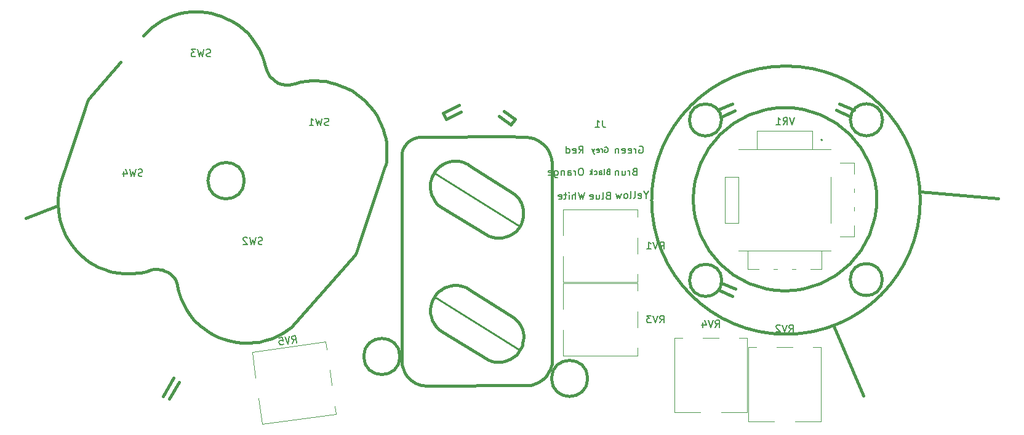
<source format=gbr>
%TF.GenerationSoftware,KiCad,Pcbnew,(6.0.0)*%
%TF.CreationDate,2022-04-21T22:49:33+02:00*%
%TF.ProjectId,Vectrex Pad miniNeoGeo,56656374-7265-4782-9050-6164206d696e,1.1*%
%TF.SameCoordinates,Original*%
%TF.FileFunction,Legend,Bot*%
%TF.FilePolarity,Positive*%
%FSLAX46Y46*%
G04 Gerber Fmt 4.6, Leading zero omitted, Abs format (unit mm)*
G04 Created by KiCad (PCBNEW (6.0.0)) date 2022-04-21 22:49:33*
%MOMM*%
%LPD*%
G01*
G04 APERTURE LIST*
%ADD10C,0.400000*%
%ADD11C,0.250000*%
%ADD12C,0.150000*%
%ADD13C,0.120000*%
%ADD14C,0.200000*%
G04 APERTURE END LIST*
D10*
X149758400Y-81191100D02*
X149999700Y-81305400D01*
X149771100Y-98298000D02*
X149961600Y-98399600D01*
X113332260Y-95443040D02*
X113959640Y-95605600D01*
X115491260Y-52240180D02*
X116029740Y-52758340D01*
X158323280Y-99316540D02*
X158417260Y-99049840D01*
X143027400Y-77089000D02*
X149758400Y-81191100D01*
X153162000Y-97878900D02*
X153517600Y-97612200D01*
X197213220Y-93629480D02*
X201353420Y-103179880D01*
X91417140Y-72138540D02*
X91013280Y-73332340D01*
X141732000Y-91300300D02*
X141744700Y-91846400D01*
X137550822Y-97795080D02*
G75*
G03*
X137550822Y-97795080I-2491402J0D01*
G01*
X104935020Y-103256080D02*
X106382820Y-100766880D01*
X100799900Y-86365080D02*
X101528880Y-86283800D01*
X139806680Y-67637660D02*
X139479020Y-67741800D01*
X138043920Y-69034660D02*
X137916920Y-69306440D01*
X104569260Y-85824060D02*
X104846120Y-85877400D01*
X142735300Y-76860400D02*
X143027400Y-77089000D01*
X154266900Y-67543680D02*
X153662380Y-67520820D01*
X108884720Y-50289460D02*
X109519720Y-50271680D01*
X97683320Y-86055200D02*
X98122740Y-86174580D01*
X141782800Y-90805000D02*
X141732000Y-91300300D01*
X154203400Y-76619100D02*
X154076400Y-76377800D01*
X99537520Y-86370160D02*
X100241100Y-86390480D01*
X143466820Y-64267080D02*
X143949420Y-65079880D01*
X151955500Y-98463100D02*
X152387300Y-98298000D01*
X150164800Y-98450400D02*
X150583900Y-98526600D01*
X151188420Y-64673480D02*
X152763220Y-65867280D01*
X102567740Y-53235860D02*
X102923340Y-52920900D01*
X143294100Y-88544400D02*
X143040100Y-88709500D01*
X146875500Y-71297800D02*
X146608800Y-71170800D01*
X154012900Y-96926400D02*
X154241500Y-96570800D01*
X144335500Y-70942200D02*
X144106900Y-71005700D01*
X105534460Y-51125120D02*
X106349800Y-50779680D01*
X209202020Y-75112880D02*
X219895420Y-76052680D01*
X154508200Y-95554800D02*
X154546300Y-95148400D01*
X198051420Y-62946280D02*
X200007220Y-63809880D01*
X152763220Y-65867280D02*
X153398220Y-65130680D01*
X138744960Y-68148200D02*
X138480800Y-68389500D01*
X153492200Y-75615800D02*
X153263600Y-75438000D01*
X117701060Y-54668420D02*
X118160800Y-55435500D01*
X141947900Y-72974200D02*
X141833600Y-73329800D01*
X181389020Y-63784480D02*
X183268620Y-62946280D01*
X106634280Y-87208360D02*
X106809540Y-87591900D01*
X95303340Y-85062060D02*
X96111060Y-85465920D01*
X156852620Y-68224400D02*
X156400500Y-67945000D01*
X156801820Y-101224080D02*
X157076140Y-101031040D01*
X158440120Y-70957440D02*
X158419800Y-70787260D01*
X123903740Y-59977020D02*
X124653040Y-59852560D01*
X154381200Y-94081600D02*
X154241500Y-93713300D01*
X138958320Y-100980240D02*
X139329160Y-101267260D01*
X101528880Y-86283800D02*
X101920040Y-86235540D01*
X147027900Y-88519000D02*
X146710400Y-88315800D01*
X151066500Y-98539300D02*
X151536400Y-98526600D01*
X181823154Y-87304880D02*
G75*
G03*
X181823154Y-87304880I-2212134J0D01*
G01*
X155806140Y-101648260D02*
X156032200Y-101566980D01*
X107094020Y-88833960D02*
X107424220Y-89844880D01*
X119915940Y-95295720D02*
X120474740Y-95051880D01*
X119618760Y-95415100D02*
X119915940Y-95295720D01*
X147078700Y-71437500D02*
X146875500Y-71297800D01*
X98803460Y-86276180D02*
X99537520Y-86370160D01*
X125361700Y-59786520D02*
X126083060Y-59786520D01*
X124653040Y-59852560D02*
X125361700Y-59786520D01*
X153822400Y-80137000D02*
X154038300Y-79819500D01*
X157855920Y-69265800D02*
X157619700Y-68920360D01*
X135580120Y-67726560D02*
X135684260Y-68437760D01*
X112880140Y-50838100D02*
X113619280Y-51173380D01*
X154495500Y-94500700D02*
X154381200Y-94081600D01*
X100241100Y-86390480D02*
X100799900Y-86365080D01*
X203156846Y-76128880D02*
G75*
G03*
X203156846Y-76128880I-12623826J0D01*
G01*
X110825280Y-50365660D02*
X111554260Y-50482500D01*
X153504900Y-92684600D02*
X153238200Y-92468700D01*
X154330400Y-79197200D02*
X154419300Y-78892400D01*
X121282460Y-60276740D02*
X121790460Y-60391040D01*
X154228800Y-79476600D02*
X154330400Y-79197200D01*
X154495500Y-78562200D02*
X154520900Y-78206600D01*
X109519720Y-50271680D02*
X110220760Y-50299620D01*
X94576900Y-62626240D02*
X91417140Y-72138540D01*
X110634780Y-94013020D02*
X111340900Y-94505780D01*
X140756640Y-101790500D02*
X141069060Y-101820980D01*
X132651500Y-62456060D02*
X133352540Y-63195200D01*
X126083060Y-59786520D02*
X126784100Y-59824620D01*
X122664220Y-60314840D02*
X123096020Y-60170060D01*
X130134360Y-60764420D02*
X131018280Y-61236860D01*
X153187400Y-80759300D02*
X153530300Y-80479900D01*
X135656320Y-70977760D02*
X135587740Y-71338440D01*
X107185460Y-50530760D02*
X107886500Y-50396140D01*
X143522700Y-71247000D02*
X143230600Y-71437500D01*
X158511240Y-98356420D02*
X158440120Y-70967600D01*
X158417260Y-99049840D02*
X158470600Y-98861880D01*
X112237520Y-50673000D02*
X112880140Y-50838100D01*
X157345380Y-100850700D02*
X157581600Y-100606860D01*
X137792460Y-69715380D02*
X137774680Y-70104000D01*
X111340900Y-94505780D02*
X111927640Y-94828360D01*
X145986500Y-70954900D02*
X145630900Y-70891400D01*
X94183200Y-84300060D02*
X94736920Y-84711540D01*
X120474740Y-95051880D02*
X121135140Y-94726760D01*
X113619280Y-51173380D02*
X114368580Y-51518820D01*
X142481300Y-72123300D02*
X142265400Y-72402700D01*
X146710400Y-88315800D02*
X146177000Y-88112600D01*
X120167400Y-59690000D02*
X120733820Y-60083700D01*
X90528140Y-77670660D02*
X90622120Y-78437740D01*
X203946700Y-65181480D02*
G75*
G03*
X203946700Y-65181480I-2212280J0D01*
G01*
X157299660Y-68580000D02*
X156852620Y-68224400D01*
X118910100Y-95618300D02*
X119618760Y-95415100D01*
X181820820Y-87711280D02*
X183675020Y-88473280D01*
X128818640Y-60246260D02*
X129463800Y-60495180D01*
X153822400Y-93027500D02*
X153504900Y-92684600D01*
X99118420Y-57210960D02*
X94698820Y-62311280D01*
X140451840Y-101739700D02*
X140756640Y-101790500D01*
X163376919Y-100817680D02*
G75*
G03*
X163376919Y-100817680I-2485699J0D01*
G01*
X106809540Y-87591900D02*
X106923840Y-87990680D01*
X114924840Y-51874420D02*
X115491260Y-52240180D01*
X150583900Y-98526600D02*
X151066500Y-98539300D01*
X146278600Y-71043800D02*
X145986500Y-70954900D01*
X144526000Y-88036400D02*
X144030700Y-88176100D01*
X119044720Y-57779920D02*
X119265700Y-58519060D01*
X142290800Y-89535000D02*
X142049500Y-89979500D01*
X155227020Y-101760020D02*
X155508960Y-101719380D01*
X138341100Y-100233480D02*
X138582400Y-100591620D01*
X104274620Y-85783420D02*
X104569260Y-85824060D01*
X122555000Y-93771720D02*
X131384040Y-83830160D01*
X98122740Y-86174580D02*
X98803460Y-86276180D01*
X154076400Y-76377800D02*
X153885900Y-76060300D01*
X104002840Y-85763100D02*
X104274620Y-85783420D01*
X143230600Y-71437500D02*
X143014700Y-71602600D01*
X126784100Y-59824620D02*
X127302260Y-59883040D01*
X139479020Y-67741800D02*
X139138660Y-67906900D01*
X154861260Y-101782880D02*
X155227020Y-101760020D01*
X118140480Y-95801180D02*
X118910100Y-95618300D01*
X90838020Y-73893680D02*
X90647520Y-74660760D01*
X154241500Y-93713300D02*
X154051000Y-93357700D01*
X142201900Y-93218000D02*
X142557500Y-93687900D01*
X103268780Y-85864700D02*
X103652320Y-85783420D01*
X158135320Y-99755960D02*
X158244540Y-99532440D01*
X106349800Y-50779680D02*
X107185460Y-50530760D01*
X142379700Y-76428600D02*
X142735300Y-76860400D01*
X109230160Y-92745560D02*
X110007400Y-93512640D01*
X135470900Y-71716900D02*
X131518660Y-83439000D01*
X145834100Y-88023700D02*
X145440400Y-87998300D01*
X139745720Y-101485700D02*
X140012420Y-101602540D01*
X131018280Y-61236860D02*
X131919980Y-61851540D01*
X139329160Y-101267260D02*
X139745720Y-101485700D01*
X121716800Y-94371160D02*
X122161300Y-94073980D01*
X157076140Y-101031040D02*
X157345380Y-100850700D01*
X115902740Y-95915480D02*
X116763800Y-95940880D01*
X92422980Y-82471260D02*
X93050360Y-83248500D01*
X153695400Y-75831700D02*
X153492200Y-75615800D01*
X135722360Y-69166740D02*
X135732520Y-69850000D01*
X153398220Y-65130680D02*
X151899620Y-64013080D01*
X203915899Y-87203280D02*
G75*
G03*
X203915899Y-87203280I-2206879J0D01*
G01*
X154444700Y-95910400D02*
X154508200Y-95554800D01*
X107424220Y-89844880D02*
X107835700Y-90708480D01*
X102694740Y-86060280D02*
X103268780Y-85864700D01*
X103977440Y-52026820D02*
X104833420Y-51498500D01*
X158498540Y-98640900D02*
X158511240Y-98356420D01*
X154520900Y-77863700D02*
X154482800Y-77508100D01*
X91848940Y-81602580D02*
X92422980Y-82471260D01*
X154482800Y-77508100D02*
X154419300Y-77203300D01*
X153238200Y-92468700D02*
X147027900Y-88519000D01*
X110220760Y-50299620D02*
X110825280Y-50365660D01*
X155963620Y-67749420D02*
X155425140Y-67602100D01*
X142875000Y-88823800D02*
X142570200Y-89141300D01*
X158470600Y-98861880D02*
X158498540Y-98640900D01*
X138148060Y-99888040D02*
X138341100Y-100233480D01*
X154038300Y-79819500D02*
X154228800Y-79476600D01*
X107886500Y-50396140D02*
X108884720Y-50289460D01*
X117152420Y-53891180D02*
X117701060Y-54668420D01*
X118872000Y-57116980D02*
X119044720Y-57779920D01*
X153885900Y-76060300D02*
X153695400Y-75831700D01*
X135684260Y-68437760D02*
X135722360Y-69166740D01*
X107835700Y-90708480D02*
X108198920Y-91368880D01*
X181389020Y-88625680D02*
X183268620Y-89489280D01*
X129463800Y-60495180D02*
X130134360Y-60764420D01*
X152781000Y-81051400D02*
X153187400Y-80759300D01*
X91160600Y-80205580D02*
X91518740Y-81008220D01*
X149999700Y-81305400D02*
X150304500Y-81381600D01*
X115051840Y-95846900D02*
X115902740Y-95915480D01*
D11*
X142275560Y-89575640D02*
X154043380Y-96944180D01*
D10*
X122161300Y-94073980D02*
X122555000Y-93771720D01*
X181786945Y-65206880D02*
G75*
G03*
X181786945Y-65206880I-2205563J0D01*
G01*
X106222800Y-86700360D02*
X106446320Y-86944200D01*
X146177000Y-88112600D02*
X145834100Y-88023700D01*
X90622120Y-78437740D02*
X90817700Y-79240380D01*
X116606320Y-53286660D02*
X117152420Y-53891180D01*
X149961600Y-98399600D02*
X150164800Y-98450400D01*
X158244540Y-99532440D02*
X158323280Y-99316540D01*
X123096020Y-60170060D02*
X123903740Y-59977020D01*
X151053800Y-81470500D02*
X151574500Y-81432400D01*
X143243300Y-94322900D02*
X149771100Y-98298000D01*
X143040100Y-88709500D02*
X142875000Y-88823800D01*
X128127760Y-60073540D02*
X128818640Y-60246260D01*
X105958640Y-86451440D02*
X106222800Y-86700360D01*
X143662400Y-88328500D02*
X143294100Y-88544400D01*
X121135140Y-94726760D02*
X121716800Y-94371160D01*
X157792420Y-100327460D02*
X157998160Y-99997260D01*
X134792720Y-65432940D02*
X135234680Y-66545460D01*
X119628920Y-59171840D02*
X120167400Y-59690000D01*
X120733820Y-60083700D02*
X121282460Y-60276740D01*
X158054040Y-69623940D02*
X157855920Y-69265800D01*
X157998160Y-99997260D02*
X158135320Y-99755960D01*
X105643680Y-86194900D02*
X105958640Y-86451440D01*
X118160800Y-55435500D02*
X118582440Y-56357520D01*
X134388860Y-64635380D02*
X134792720Y-65432940D01*
X133352540Y-63195200D02*
X133967220Y-63982600D01*
X145651220Y-63124080D02*
X143466820Y-64267080D01*
X143014700Y-71602600D02*
X142709900Y-71843900D01*
X144030700Y-88176100D02*
X143662400Y-88328500D01*
X146608800Y-71170800D02*
X146278600Y-71043800D01*
X141719300Y-73787000D02*
X141693900Y-74218800D01*
X138480800Y-68389500D02*
X138244580Y-68704460D01*
X153517600Y-97612200D02*
X153784300Y-97307400D01*
X153784300Y-97307400D02*
X154012900Y-96926400D01*
X97063560Y-85859620D02*
X97683320Y-86055200D01*
X137774680Y-70104000D02*
X137797540Y-98582480D01*
X152387300Y-98298000D02*
X152793700Y-98120200D01*
X133967220Y-63982600D02*
X134388860Y-64635380D01*
X152438100Y-81178400D02*
X152781000Y-81051400D01*
X102229920Y-86182200D02*
X102694740Y-86060280D01*
X141833600Y-73329800D02*
X141719300Y-73787000D01*
X101920040Y-86235540D02*
X102229920Y-86182200D01*
X131518660Y-83439000D02*
X131384040Y-83830160D01*
X151536400Y-98526600D02*
X151955500Y-98463100D01*
X142100300Y-75933300D02*
X142379700Y-76428600D01*
X135587740Y-71338440D02*
X135470900Y-71716900D01*
X154241500Y-96570800D02*
X154368500Y-96266000D01*
D11*
X142214600Y-72456040D02*
X153984960Y-79860140D01*
D10*
X93050360Y-83248500D02*
X93609160Y-83807300D01*
X155508960Y-101719380D02*
X155806140Y-101648260D01*
X116029740Y-52758340D02*
X116606320Y-53286660D01*
X90451940Y-76880720D02*
X90528140Y-77670660D01*
X139138660Y-67906900D02*
X138744960Y-68148200D01*
X150660100Y-81445100D02*
X151053800Y-81470500D01*
X110007400Y-93512640D02*
X110634780Y-94013020D01*
X142557500Y-93687900D02*
X142824200Y-93980000D01*
X137820400Y-98930460D02*
X137949940Y-99405440D01*
X154051000Y-93357700D02*
X153822400Y-93027500D01*
X106446320Y-86944200D02*
X106634280Y-87208360D01*
X112590580Y-95145860D02*
X113332260Y-95443040D01*
X116763800Y-95940880D02*
X117703600Y-95841820D01*
X154419300Y-77203300D02*
X154317700Y-76898500D01*
X156032200Y-101566980D02*
X156436060Y-101414580D01*
X143827500Y-71120000D02*
X143522700Y-71247000D01*
X152095200Y-81305400D02*
X152438100Y-81178400D01*
X113959640Y-95605600D02*
X115051840Y-95846900D01*
X91013280Y-73332340D02*
X90838020Y-73893680D01*
X153530300Y-80479900D02*
X153822400Y-80137000D01*
X153662380Y-67520820D02*
X153220420Y-67508120D01*
X209137974Y-76255880D02*
G75*
G03*
X209137974Y-76255880I-18477954J0D01*
G01*
X137797540Y-98582480D02*
X137820400Y-98930460D01*
X135732520Y-69850000D02*
X135694420Y-70545960D01*
X142709900Y-71843900D02*
X142481300Y-72123300D01*
X91518740Y-81008220D02*
X91848940Y-81602580D01*
X103652320Y-85783420D02*
X104002840Y-85763100D01*
X142824200Y-93980000D02*
X143243300Y-94322900D01*
X156436060Y-101414580D02*
X156801820Y-101224080D01*
X199575420Y-64724280D02*
X197568820Y-63860680D01*
X142265400Y-72402700D02*
X142100300Y-72682100D01*
X105407460Y-86088220D02*
X105643680Y-86194900D01*
X140319760Y-67581780D02*
X140083540Y-67589400D01*
X144106900Y-71005700D02*
X143827500Y-71120000D01*
X106923840Y-87990680D02*
X107017820Y-88468200D01*
X117703600Y-95841820D02*
X118140480Y-95801180D01*
X102268020Y-53581300D02*
X102567740Y-53235860D01*
X90472260Y-76050140D02*
X90451940Y-76880720D01*
X131919980Y-61851540D02*
X132651500Y-62456060D01*
X138582400Y-100591620D02*
X138958320Y-100980240D01*
X105163620Y-85994240D02*
X105407460Y-86088220D01*
X155021280Y-67556380D02*
X154266900Y-67543680D01*
X93609160Y-83807300D02*
X94183200Y-84300060D01*
X156400500Y-67945000D02*
X155963620Y-67749420D01*
X140012420Y-101602540D02*
X140451840Y-101739700D01*
X103372920Y-52451000D02*
X103977440Y-52026820D01*
X155425140Y-67602100D02*
X155021280Y-67556380D01*
X135694420Y-70545960D02*
X135656320Y-70977760D01*
X152793700Y-98120200D02*
X153162000Y-97878900D01*
X116137406Y-73570000D02*
G75*
G03*
X116137406Y-73570000I-2507406J0D01*
G01*
X145440400Y-87998300D02*
X145008600Y-87985600D01*
X102923340Y-52920900D02*
X103372920Y-52451000D01*
X138244580Y-68704460D02*
X138043920Y-69034660D01*
X135387080Y-67063620D02*
X135580120Y-67726560D01*
X142570200Y-89141300D02*
X142290800Y-89535000D01*
X122290840Y-60363100D02*
X122664220Y-60314840D01*
X154533600Y-94881700D02*
X154495500Y-94500700D01*
X141871700Y-75501500D02*
X142100300Y-75933300D01*
X90401140Y-77071220D02*
X86080600Y-78709520D01*
X154317700Y-76898500D02*
X154203400Y-76619100D01*
X137949940Y-99405440D02*
X138148060Y-99888040D01*
X94698820Y-62311280D02*
X94576900Y-62626240D01*
X154520900Y-78206600D02*
X154520900Y-77863700D01*
X143949420Y-65079880D02*
X145905220Y-64063880D01*
X150304500Y-81381600D02*
X150660100Y-81445100D01*
X141770100Y-75057000D02*
X141871700Y-75501500D01*
X154368500Y-96266000D02*
X154444700Y-95910400D01*
X108198920Y-91368880D02*
X108699300Y-92090240D01*
X104833420Y-51498500D02*
X105534460Y-51125120D01*
X141693900Y-74676000D02*
X141770100Y-75057000D01*
X105773220Y-103637080D02*
X107195620Y-101351080D01*
X158361380Y-70482460D02*
X158234380Y-70027800D01*
X142100300Y-72682100D02*
X141947900Y-72974200D01*
X90647520Y-74660760D02*
X90548460Y-75430380D01*
X137916920Y-69306440D02*
X137792460Y-69715380D01*
X96111060Y-85465920D02*
X97063560Y-85859620D01*
X94736920Y-84711540D02*
X95303340Y-85062060D01*
X145630900Y-70891400D02*
X145389600Y-70853300D01*
X135234680Y-66545460D02*
X135387080Y-67063620D01*
X119265700Y-58519060D02*
X119628920Y-59171840D01*
X90548460Y-75430380D02*
X90472260Y-76050140D01*
X140083540Y-67589400D02*
X139806680Y-67637660D01*
X111927640Y-94828360D02*
X112590580Y-95145860D01*
X121790460Y-60391040D02*
X122290840Y-60363100D01*
X181846220Y-64724280D02*
X183598820Y-63936880D01*
X111554260Y-50482500D02*
X112237520Y-50673000D01*
X141897100Y-90385900D02*
X141782800Y-90805000D01*
X145389600Y-70853300D02*
X145110200Y-70840600D01*
X141069060Y-101820980D02*
X154861260Y-101782880D01*
X145008600Y-87985600D02*
X144526000Y-88036400D01*
X157619700Y-68920360D02*
X157299660Y-68580000D01*
X157581600Y-100606860D02*
X157792420Y-100327460D01*
X153263600Y-75438000D02*
X147078700Y-71437500D01*
X141693900Y-74218800D02*
X141693900Y-74676000D01*
X141986000Y-92786200D02*
X142201900Y-93218000D01*
X144729200Y-70878700D02*
X144335500Y-70942200D01*
X154546300Y-95148400D02*
X154533600Y-94881700D01*
X141833600Y-92341700D02*
X141986000Y-92786200D01*
X142049500Y-89979500D02*
X141897100Y-90385900D01*
X108699300Y-92090240D02*
X109230160Y-92745560D01*
X145110200Y-70840600D02*
X144729200Y-70878700D01*
X90817700Y-79240380D02*
X91160600Y-80205580D01*
X154419300Y-78892400D02*
X154495500Y-78562200D01*
X153220420Y-67508120D02*
X140319760Y-67581780D01*
X151574500Y-81432400D02*
X152095200Y-81305400D01*
X104846120Y-85877400D02*
X105163620Y-85994240D01*
X114368580Y-51518820D02*
X114924840Y-51874420D01*
X127302260Y-59883040D02*
X128127760Y-60073540D01*
X158419800Y-70787260D02*
X158361380Y-70482460D01*
X158234380Y-70027800D02*
X158054040Y-69623940D01*
X107017820Y-88468200D02*
X107094020Y-88833960D01*
X141744700Y-91846400D02*
X141833600Y-92341700D01*
X118582440Y-56357520D02*
X118872000Y-57116980D01*
D12*
%TO.C,*%
%TO.C,VR1*%
X191842543Y-64857380D02*
X191509210Y-65857380D01*
X191175877Y-64857380D01*
X190271115Y-65857380D02*
X190604448Y-65381190D01*
X190842543Y-65857380D02*
X190842543Y-64857380D01*
X190461591Y-64857380D01*
X190366353Y-64905000D01*
X190318734Y-64952619D01*
X190271115Y-65047857D01*
X190271115Y-65190714D01*
X190318734Y-65285952D01*
X190366353Y-65333571D01*
X190461591Y-65381190D01*
X190842543Y-65381190D01*
X189318734Y-65857380D02*
X189890162Y-65857380D01*
X189604448Y-65857380D02*
X189604448Y-64857380D01*
X189699686Y-65000238D01*
X189794924Y-65095476D01*
X189890162Y-65143095D01*
%TO.C,SW2*%
X118630533Y-82319761D02*
X118487676Y-82367380D01*
X118249580Y-82367380D01*
X118154342Y-82319761D01*
X118106723Y-82272142D01*
X118059104Y-82176904D01*
X118059104Y-82081666D01*
X118106723Y-81986428D01*
X118154342Y-81938809D01*
X118249580Y-81891190D01*
X118440057Y-81843571D01*
X118535295Y-81795952D01*
X118582914Y-81748333D01*
X118630533Y-81653095D01*
X118630533Y-81557857D01*
X118582914Y-81462619D01*
X118535295Y-81415000D01*
X118440057Y-81367380D01*
X118201961Y-81367380D01*
X118059104Y-81415000D01*
X117725771Y-81367380D02*
X117487676Y-82367380D01*
X117297200Y-81653095D01*
X117106723Y-82367380D01*
X116868628Y-81367380D01*
X116535295Y-81462619D02*
X116487676Y-81415000D01*
X116392438Y-81367380D01*
X116154342Y-81367380D01*
X116059104Y-81415000D01*
X116011485Y-81462619D01*
X115963866Y-81557857D01*
X115963866Y-81653095D01*
X116011485Y-81795952D01*
X116582914Y-82367380D01*
X115963866Y-82367380D01*
%TO.C,SW3*%
X111493133Y-56437161D02*
X111350276Y-56484780D01*
X111112180Y-56484780D01*
X111016942Y-56437161D01*
X110969323Y-56389542D01*
X110921704Y-56294304D01*
X110921704Y-56199066D01*
X110969323Y-56103828D01*
X111016942Y-56056209D01*
X111112180Y-56008590D01*
X111302657Y-55960971D01*
X111397895Y-55913352D01*
X111445514Y-55865733D01*
X111493133Y-55770495D01*
X111493133Y-55675257D01*
X111445514Y-55580019D01*
X111397895Y-55532400D01*
X111302657Y-55484780D01*
X111064561Y-55484780D01*
X110921704Y-55532400D01*
X110588371Y-55484780D02*
X110350276Y-56484780D01*
X110159800Y-55770495D01*
X109969323Y-56484780D01*
X109731228Y-55484780D01*
X109445514Y-55484780D02*
X108826466Y-55484780D01*
X109159800Y-55865733D01*
X109016942Y-55865733D01*
X108921704Y-55913352D01*
X108874085Y-55960971D01*
X108826466Y-56056209D01*
X108826466Y-56294304D01*
X108874085Y-56389542D01*
X108921704Y-56437161D01*
X109016942Y-56484780D01*
X109302657Y-56484780D01*
X109397895Y-56437161D01*
X109445514Y-56389542D01*
%TO.C,RV3*%
X173315238Y-93162380D02*
X173648571Y-92686190D01*
X173886666Y-93162380D02*
X173886666Y-92162380D01*
X173505714Y-92162380D01*
X173410476Y-92210000D01*
X173362857Y-92257619D01*
X173315238Y-92352857D01*
X173315238Y-92495714D01*
X173362857Y-92590952D01*
X173410476Y-92638571D01*
X173505714Y-92686190D01*
X173886666Y-92686190D01*
X173029523Y-92162380D02*
X172696190Y-93162380D01*
X172362857Y-92162380D01*
X172124761Y-92162380D02*
X171505714Y-92162380D01*
X171839047Y-92543333D01*
X171696190Y-92543333D01*
X171600952Y-92590952D01*
X171553333Y-92638571D01*
X171505714Y-92733809D01*
X171505714Y-92971904D01*
X171553333Y-93067142D01*
X171600952Y-93114761D01*
X171696190Y-93162380D01*
X171981904Y-93162380D01*
X172077142Y-93114761D01*
X172124761Y-93067142D01*
%TO.C,RV1*%
X173315238Y-83002380D02*
X173648571Y-82526190D01*
X173886666Y-83002380D02*
X173886666Y-82002380D01*
X173505714Y-82002380D01*
X173410476Y-82050000D01*
X173362857Y-82097619D01*
X173315238Y-82192857D01*
X173315238Y-82335714D01*
X173362857Y-82430952D01*
X173410476Y-82478571D01*
X173505714Y-82526190D01*
X173886666Y-82526190D01*
X173029523Y-82002380D02*
X172696190Y-83002380D01*
X172362857Y-82002380D01*
X171505714Y-83002380D02*
X172077142Y-83002380D01*
X171791428Y-83002380D02*
X171791428Y-82002380D01*
X171886666Y-82145238D01*
X171981904Y-82240476D01*
X172077142Y-82288095D01*
%TO.C,RV2*%
X191095238Y-94432380D02*
X191428571Y-93956190D01*
X191666666Y-94432380D02*
X191666666Y-93432380D01*
X191285714Y-93432380D01*
X191190476Y-93480000D01*
X191142857Y-93527619D01*
X191095238Y-93622857D01*
X191095238Y-93765714D01*
X191142857Y-93860952D01*
X191190476Y-93908571D01*
X191285714Y-93956190D01*
X191666666Y-93956190D01*
X190809523Y-93432380D02*
X190476190Y-94432380D01*
X190142857Y-93432380D01*
X189857142Y-93527619D02*
X189809523Y-93480000D01*
X189714285Y-93432380D01*
X189476190Y-93432380D01*
X189380952Y-93480000D01*
X189333333Y-93527619D01*
X189285714Y-93622857D01*
X189285714Y-93718095D01*
X189333333Y-93860952D01*
X189904761Y-94432380D01*
X189285714Y-94432380D01*
%TO.C,SW1*%
X127749133Y-65936761D02*
X127606276Y-65984380D01*
X127368180Y-65984380D01*
X127272942Y-65936761D01*
X127225323Y-65889142D01*
X127177704Y-65793904D01*
X127177704Y-65698666D01*
X127225323Y-65603428D01*
X127272942Y-65555809D01*
X127368180Y-65508190D01*
X127558657Y-65460571D01*
X127653895Y-65412952D01*
X127701514Y-65365333D01*
X127749133Y-65270095D01*
X127749133Y-65174857D01*
X127701514Y-65079619D01*
X127653895Y-65032000D01*
X127558657Y-64984380D01*
X127320561Y-64984380D01*
X127177704Y-65032000D01*
X126844371Y-64984380D02*
X126606276Y-65984380D01*
X126415800Y-65270095D01*
X126225323Y-65984380D01*
X125987228Y-64984380D01*
X125082466Y-65984380D02*
X125653895Y-65984380D01*
X125368180Y-65984380D02*
X125368180Y-64984380D01*
X125463419Y-65127238D01*
X125558657Y-65222476D01*
X125653895Y-65270095D01*
%TO.C,J1*%
X165433333Y-65238380D02*
X165433333Y-65952666D01*
X165480952Y-66095523D01*
X165576190Y-66190761D01*
X165719047Y-66238380D01*
X165814285Y-66238380D01*
X164433333Y-66238380D02*
X165004761Y-66238380D01*
X164719047Y-66238380D02*
X164719047Y-65238380D01*
X164814285Y-65381238D01*
X164909523Y-65476476D01*
X165004761Y-65524095D01*
X165742857Y-68967000D02*
X165814285Y-68931285D01*
X165921428Y-68931285D01*
X166028571Y-68967000D01*
X166100000Y-69038428D01*
X166135714Y-69109857D01*
X166171428Y-69252714D01*
X166171428Y-69359857D01*
X166135714Y-69502714D01*
X166100000Y-69574142D01*
X166028571Y-69645571D01*
X165921428Y-69681285D01*
X165850000Y-69681285D01*
X165742857Y-69645571D01*
X165707142Y-69609857D01*
X165707142Y-69359857D01*
X165850000Y-69359857D01*
X165385714Y-69681285D02*
X165385714Y-69181285D01*
X165385714Y-69324142D02*
X165350000Y-69252714D01*
X165314285Y-69217000D01*
X165242857Y-69181285D01*
X165171428Y-69181285D01*
X164635714Y-69645571D02*
X164707142Y-69681285D01*
X164850000Y-69681285D01*
X164921428Y-69645571D01*
X164957142Y-69574142D01*
X164957142Y-69288428D01*
X164921428Y-69217000D01*
X164850000Y-69181285D01*
X164707142Y-69181285D01*
X164635714Y-69217000D01*
X164600000Y-69288428D01*
X164600000Y-69359857D01*
X164957142Y-69431285D01*
X164350000Y-69181285D02*
X164171428Y-69681285D01*
X163992857Y-69181285D02*
X164171428Y-69681285D01*
X164242857Y-69859857D01*
X164278571Y-69895571D01*
X164350000Y-69931285D01*
X166207142Y-72336428D02*
X166100000Y-72372142D01*
X166064285Y-72407857D01*
X166028571Y-72479285D01*
X166028571Y-72586428D01*
X166064285Y-72657857D01*
X166100000Y-72693571D01*
X166171428Y-72729285D01*
X166457142Y-72729285D01*
X166457142Y-71979285D01*
X166207142Y-71979285D01*
X166135714Y-72015000D01*
X166100000Y-72050714D01*
X166064285Y-72122142D01*
X166064285Y-72193571D01*
X166100000Y-72265000D01*
X166135714Y-72300714D01*
X166207142Y-72336428D01*
X166457142Y-72336428D01*
X165600000Y-72729285D02*
X165671428Y-72693571D01*
X165707142Y-72622142D01*
X165707142Y-71979285D01*
X164992857Y-72729285D02*
X164992857Y-72336428D01*
X165028571Y-72265000D01*
X165100000Y-72229285D01*
X165242857Y-72229285D01*
X165314285Y-72265000D01*
X164992857Y-72693571D02*
X165064285Y-72729285D01*
X165242857Y-72729285D01*
X165314285Y-72693571D01*
X165350000Y-72622142D01*
X165350000Y-72550714D01*
X165314285Y-72479285D01*
X165242857Y-72443571D01*
X165064285Y-72443571D01*
X164992857Y-72407857D01*
X164314285Y-72693571D02*
X164385714Y-72729285D01*
X164528571Y-72729285D01*
X164600000Y-72693571D01*
X164635714Y-72657857D01*
X164671428Y-72586428D01*
X164671428Y-72372142D01*
X164635714Y-72300714D01*
X164600000Y-72265000D01*
X164528571Y-72229285D01*
X164385714Y-72229285D01*
X164314285Y-72265000D01*
X163992857Y-72729285D02*
X163992857Y-71979285D01*
X163921428Y-72443571D02*
X163707142Y-72729285D01*
X163707142Y-72229285D02*
X163992857Y-72515000D01*
X162541928Y-71842380D02*
X162351452Y-71842380D01*
X162256214Y-71890000D01*
X162160976Y-71985238D01*
X162113357Y-72175714D01*
X162113357Y-72509047D01*
X162160976Y-72699523D01*
X162256214Y-72794761D01*
X162351452Y-72842380D01*
X162541928Y-72842380D01*
X162637166Y-72794761D01*
X162732404Y-72699523D01*
X162780023Y-72509047D01*
X162780023Y-72175714D01*
X162732404Y-71985238D01*
X162637166Y-71890000D01*
X162541928Y-71842380D01*
X161684785Y-72842380D02*
X161684785Y-72175714D01*
X161684785Y-72366190D02*
X161637166Y-72270952D01*
X161589547Y-72223333D01*
X161494309Y-72175714D01*
X161399071Y-72175714D01*
X160637166Y-72842380D02*
X160637166Y-72318571D01*
X160684785Y-72223333D01*
X160780023Y-72175714D01*
X160970500Y-72175714D01*
X161065738Y-72223333D01*
X160637166Y-72794761D02*
X160732404Y-72842380D01*
X160970500Y-72842380D01*
X161065738Y-72794761D01*
X161113357Y-72699523D01*
X161113357Y-72604285D01*
X161065738Y-72509047D01*
X160970500Y-72461428D01*
X160732404Y-72461428D01*
X160637166Y-72413809D01*
X160160976Y-72175714D02*
X160160976Y-72842380D01*
X160160976Y-72270952D02*
X160113357Y-72223333D01*
X160018119Y-72175714D01*
X159875261Y-72175714D01*
X159780023Y-72223333D01*
X159732404Y-72318571D01*
X159732404Y-72842380D01*
X158827642Y-72175714D02*
X158827642Y-72985238D01*
X158875261Y-73080476D01*
X158922880Y-73128095D01*
X159018119Y-73175714D01*
X159160976Y-73175714D01*
X159256214Y-73128095D01*
X158827642Y-72794761D02*
X158922880Y-72842380D01*
X159113357Y-72842380D01*
X159208595Y-72794761D01*
X159256214Y-72747142D01*
X159303833Y-72651904D01*
X159303833Y-72366190D01*
X159256214Y-72270952D01*
X159208595Y-72223333D01*
X159113357Y-72175714D01*
X158922880Y-72175714D01*
X158827642Y-72223333D01*
X157970500Y-72794761D02*
X158065738Y-72842380D01*
X158256214Y-72842380D01*
X158351452Y-72794761D01*
X158399071Y-72699523D01*
X158399071Y-72318571D01*
X158351452Y-72223333D01*
X158256214Y-72175714D01*
X158065738Y-72175714D01*
X157970500Y-72223333D01*
X157922880Y-72318571D01*
X157922880Y-72413809D01*
X158399071Y-72509047D01*
X171388214Y-75541190D02*
X171388214Y-76017380D01*
X171721547Y-75017380D02*
X171388214Y-75541190D01*
X171054880Y-75017380D01*
X170340595Y-75969761D02*
X170435833Y-76017380D01*
X170626309Y-76017380D01*
X170721547Y-75969761D01*
X170769166Y-75874523D01*
X170769166Y-75493571D01*
X170721547Y-75398333D01*
X170626309Y-75350714D01*
X170435833Y-75350714D01*
X170340595Y-75398333D01*
X170292976Y-75493571D01*
X170292976Y-75588809D01*
X170769166Y-75684047D01*
X169721547Y-76017380D02*
X169816785Y-75969761D01*
X169864404Y-75874523D01*
X169864404Y-75017380D01*
X169197738Y-76017380D02*
X169292976Y-75969761D01*
X169340595Y-75874523D01*
X169340595Y-75017380D01*
X168673928Y-76017380D02*
X168769166Y-75969761D01*
X168816785Y-75922142D01*
X168864404Y-75826904D01*
X168864404Y-75541190D01*
X168816785Y-75445952D01*
X168769166Y-75398333D01*
X168673928Y-75350714D01*
X168531071Y-75350714D01*
X168435833Y-75398333D01*
X168388214Y-75445952D01*
X168340595Y-75541190D01*
X168340595Y-75826904D01*
X168388214Y-75922142D01*
X168435833Y-75969761D01*
X168531071Y-76017380D01*
X168673928Y-76017380D01*
X168007261Y-75350714D02*
X167816785Y-76017380D01*
X167626309Y-75541190D01*
X167435833Y-76017380D01*
X167245357Y-75350714D01*
X170451690Y-68842000D02*
X170546928Y-68794380D01*
X170689785Y-68794380D01*
X170832642Y-68842000D01*
X170927880Y-68937238D01*
X170975500Y-69032476D01*
X171023119Y-69222952D01*
X171023119Y-69365809D01*
X170975500Y-69556285D01*
X170927880Y-69651523D01*
X170832642Y-69746761D01*
X170689785Y-69794380D01*
X170594547Y-69794380D01*
X170451690Y-69746761D01*
X170404071Y-69699142D01*
X170404071Y-69365809D01*
X170594547Y-69365809D01*
X169975500Y-69794380D02*
X169975500Y-69127714D01*
X169975500Y-69318190D02*
X169927880Y-69222952D01*
X169880261Y-69175333D01*
X169785023Y-69127714D01*
X169689785Y-69127714D01*
X168975500Y-69746761D02*
X169070738Y-69794380D01*
X169261214Y-69794380D01*
X169356452Y-69746761D01*
X169404071Y-69651523D01*
X169404071Y-69270571D01*
X169356452Y-69175333D01*
X169261214Y-69127714D01*
X169070738Y-69127714D01*
X168975500Y-69175333D01*
X168927880Y-69270571D01*
X168927880Y-69365809D01*
X169404071Y-69461047D01*
X168118357Y-69746761D02*
X168213595Y-69794380D01*
X168404071Y-69794380D01*
X168499309Y-69746761D01*
X168546928Y-69651523D01*
X168546928Y-69270571D01*
X168499309Y-69175333D01*
X168404071Y-69127714D01*
X168213595Y-69127714D01*
X168118357Y-69175333D01*
X168070738Y-69270571D01*
X168070738Y-69365809D01*
X168546928Y-69461047D01*
X167642166Y-69127714D02*
X167642166Y-69794380D01*
X167642166Y-69222952D02*
X167594547Y-69175333D01*
X167499309Y-69127714D01*
X167356452Y-69127714D01*
X167261214Y-69175333D01*
X167213595Y-69270571D01*
X167213595Y-69794380D01*
X166171428Y-75620571D02*
X166028571Y-75668190D01*
X165980952Y-75715809D01*
X165933333Y-75811047D01*
X165933333Y-75953904D01*
X165980952Y-76049142D01*
X166028571Y-76096761D01*
X166123809Y-76144380D01*
X166504761Y-76144380D01*
X166504761Y-75144380D01*
X166171428Y-75144380D01*
X166076190Y-75192000D01*
X166028571Y-75239619D01*
X165980952Y-75334857D01*
X165980952Y-75430095D01*
X166028571Y-75525333D01*
X166076190Y-75572952D01*
X166171428Y-75620571D01*
X166504761Y-75620571D01*
X165361904Y-76144380D02*
X165457142Y-76096761D01*
X165504761Y-76001523D01*
X165504761Y-75144380D01*
X164552380Y-75477714D02*
X164552380Y-76144380D01*
X164980952Y-75477714D02*
X164980952Y-76001523D01*
X164933333Y-76096761D01*
X164838095Y-76144380D01*
X164695238Y-76144380D01*
X164600000Y-76096761D01*
X164552380Y-76049142D01*
X163695238Y-76096761D02*
X163790476Y-76144380D01*
X163980952Y-76144380D01*
X164076190Y-76096761D01*
X164123809Y-76001523D01*
X164123809Y-75620571D01*
X164076190Y-75525333D01*
X163980952Y-75477714D01*
X163790476Y-75477714D01*
X163695238Y-75525333D01*
X163647619Y-75620571D01*
X163647619Y-75715809D01*
X164123809Y-75811047D01*
X162160976Y-69794380D02*
X162494309Y-69318190D01*
X162732404Y-69794380D02*
X162732404Y-68794380D01*
X162351452Y-68794380D01*
X162256214Y-68842000D01*
X162208595Y-68889619D01*
X162160976Y-68984857D01*
X162160976Y-69127714D01*
X162208595Y-69222952D01*
X162256214Y-69270571D01*
X162351452Y-69318190D01*
X162732404Y-69318190D01*
X161351452Y-69746761D02*
X161446690Y-69794380D01*
X161637166Y-69794380D01*
X161732404Y-69746761D01*
X161780023Y-69651523D01*
X161780023Y-69270571D01*
X161732404Y-69175333D01*
X161637166Y-69127714D01*
X161446690Y-69127714D01*
X161351452Y-69175333D01*
X161303833Y-69270571D01*
X161303833Y-69365809D01*
X161780023Y-69461047D01*
X160446690Y-69794380D02*
X160446690Y-68794380D01*
X160446690Y-69746761D02*
X160541928Y-69794380D01*
X160732404Y-69794380D01*
X160827642Y-69746761D01*
X160875261Y-69699142D01*
X160922880Y-69603904D01*
X160922880Y-69318190D01*
X160875261Y-69222952D01*
X160827642Y-69175333D01*
X160732404Y-69127714D01*
X160541928Y-69127714D01*
X160446690Y-69175333D01*
X162954642Y-75144380D02*
X162716547Y-76144380D01*
X162526071Y-75430095D01*
X162335595Y-76144380D01*
X162097500Y-75144380D01*
X161716547Y-76144380D02*
X161716547Y-75144380D01*
X161287976Y-76144380D02*
X161287976Y-75620571D01*
X161335595Y-75525333D01*
X161430833Y-75477714D01*
X161573690Y-75477714D01*
X161668928Y-75525333D01*
X161716547Y-75572952D01*
X160811785Y-76144380D02*
X160811785Y-75477714D01*
X160811785Y-75144380D02*
X160859404Y-75192000D01*
X160811785Y-75239619D01*
X160764166Y-75192000D01*
X160811785Y-75144380D01*
X160811785Y-75239619D01*
X160478452Y-75477714D02*
X160097500Y-75477714D01*
X160335595Y-75144380D02*
X160335595Y-76001523D01*
X160287976Y-76096761D01*
X160192738Y-76144380D01*
X160097500Y-76144380D01*
X159383214Y-76096761D02*
X159478452Y-76144380D01*
X159668928Y-76144380D01*
X159764166Y-76096761D01*
X159811785Y-76001523D01*
X159811785Y-75620571D01*
X159764166Y-75525333D01*
X159668928Y-75477714D01*
X159478452Y-75477714D01*
X159383214Y-75525333D01*
X159335595Y-75620571D01*
X159335595Y-75715809D01*
X159811785Y-75811047D01*
X169832642Y-72318571D02*
X169689785Y-72366190D01*
X169642166Y-72413809D01*
X169594547Y-72509047D01*
X169594547Y-72651904D01*
X169642166Y-72747142D01*
X169689785Y-72794761D01*
X169785023Y-72842380D01*
X170165976Y-72842380D01*
X170165976Y-71842380D01*
X169832642Y-71842380D01*
X169737404Y-71890000D01*
X169689785Y-71937619D01*
X169642166Y-72032857D01*
X169642166Y-72128095D01*
X169689785Y-72223333D01*
X169737404Y-72270952D01*
X169832642Y-72318571D01*
X170165976Y-72318571D01*
X169165976Y-72842380D02*
X169165976Y-72175714D01*
X169165976Y-72366190D02*
X169118357Y-72270952D01*
X169070738Y-72223333D01*
X168975500Y-72175714D01*
X168880261Y-72175714D01*
X168118357Y-72175714D02*
X168118357Y-72842380D01*
X168546928Y-72175714D02*
X168546928Y-72699523D01*
X168499309Y-72794761D01*
X168404071Y-72842380D01*
X168261214Y-72842380D01*
X168165976Y-72794761D01*
X168118357Y-72747142D01*
X167642166Y-72175714D02*
X167642166Y-72842380D01*
X167642166Y-72270952D02*
X167594547Y-72223333D01*
X167499309Y-72175714D01*
X167356452Y-72175714D01*
X167261214Y-72223333D01*
X167213595Y-72318571D01*
X167213595Y-72842380D01*
%TO.C,SW4*%
X102120533Y-72921761D02*
X101977676Y-72969380D01*
X101739580Y-72969380D01*
X101644342Y-72921761D01*
X101596723Y-72874142D01*
X101549104Y-72778904D01*
X101549104Y-72683666D01*
X101596723Y-72588428D01*
X101644342Y-72540809D01*
X101739580Y-72493190D01*
X101930057Y-72445571D01*
X102025295Y-72397952D01*
X102072914Y-72350333D01*
X102120533Y-72255095D01*
X102120533Y-72159857D01*
X102072914Y-72064619D01*
X102025295Y-72017000D01*
X101930057Y-71969380D01*
X101691961Y-71969380D01*
X101549104Y-72017000D01*
X101215771Y-71969380D02*
X100977676Y-72969380D01*
X100787200Y-72255095D01*
X100596723Y-72969380D01*
X100358628Y-71969380D01*
X99549104Y-72302714D02*
X99549104Y-72969380D01*
X99787200Y-71921761D02*
X100025295Y-72636047D01*
X99406247Y-72636047D01*
%TO.C,RV5*%
X122767216Y-95970737D02*
X123031032Y-95452790D01*
X123333084Y-95891209D02*
X123193910Y-94900941D01*
X122816665Y-94953960D01*
X122728981Y-95014370D01*
X122688453Y-95068153D01*
X122654552Y-95169091D01*
X122674434Y-95310558D01*
X122734844Y-95398242D01*
X122788627Y-95438770D01*
X122889566Y-95472671D01*
X123266811Y-95419653D01*
X122345109Y-95020232D02*
X122154193Y-96056892D01*
X121684930Y-95113015D01*
X120883285Y-95225678D02*
X121354841Y-95159406D01*
X121468270Y-95624334D01*
X121414487Y-95583806D01*
X121313548Y-95549905D01*
X121077770Y-95583042D01*
X120990086Y-95643452D01*
X120949558Y-95697235D01*
X120915657Y-95798173D01*
X120948793Y-96033951D01*
X121009203Y-96121635D01*
X121062986Y-96162164D01*
X121163925Y-96196065D01*
X121399703Y-96162928D01*
X121487387Y-96102518D01*
X121527915Y-96048735D01*
%TO.C,RV4*%
X180935238Y-93797380D02*
X181268571Y-93321190D01*
X181506666Y-93797380D02*
X181506666Y-92797380D01*
X181125714Y-92797380D01*
X181030476Y-92845000D01*
X180982857Y-92892619D01*
X180935238Y-92987857D01*
X180935238Y-93130714D01*
X180982857Y-93225952D01*
X181030476Y-93273571D01*
X181125714Y-93321190D01*
X181506666Y-93321190D01*
X180649523Y-92797380D02*
X180316190Y-93797380D01*
X179982857Y-92797380D01*
X179220952Y-93130714D02*
X179220952Y-93797380D01*
X179459047Y-92749761D02*
X179697142Y-93464047D01*
X179078095Y-93464047D01*
D13*
%TO.C,VR1*%
X182245000Y-73025000D02*
X182245000Y-79375000D01*
X184150000Y-73025000D02*
X182245000Y-73025000D01*
X192024000Y-85725000D02*
X191516000Y-85725000D01*
X200025000Y-75184000D02*
X200025000Y-74676000D01*
X189484000Y-85725000D02*
X188976000Y-85725000D01*
X200025000Y-71120000D02*
X198120000Y-71120000D01*
X195580000Y-85725000D02*
X194056000Y-85725000D01*
X184150000Y-73025000D02*
X184150000Y-79375000D01*
X196850000Y-79375000D02*
X196850000Y-73025000D01*
X186690000Y-66675000D02*
X186690000Y-69215000D01*
X184150000Y-83185000D02*
X196850000Y-83185000D01*
X196850000Y-69215000D02*
X184150000Y-69215000D01*
X195580000Y-85725000D02*
X195580000Y-83185000D01*
X194310000Y-66675000D02*
X186690000Y-66675000D01*
X182245000Y-79375000D02*
X184150000Y-79375000D01*
X200025000Y-77724000D02*
X200025000Y-77216000D01*
X194310000Y-69215000D02*
X194310000Y-66675000D01*
X200025000Y-72644000D02*
X200025000Y-71120000D01*
X186944000Y-85725000D02*
X185420000Y-85725000D01*
X198120000Y-81280000D02*
X200025000Y-81280000D01*
X200025000Y-81280000D02*
X200025000Y-79756000D01*
X185420000Y-85725000D02*
X185420000Y-83185000D01*
D14*
X195680000Y-67945000D02*
G75*
G03*
X195680000Y-67945000I-100000J0D01*
G01*
D13*
%TO.C,RV3*%
X170220000Y-96610000D02*
X170220000Y-97705000D01*
X159980000Y-94110000D02*
X159980000Y-97705000D01*
X170220000Y-97705000D02*
X159980000Y-97705000D01*
X170220000Y-87664000D02*
X170220000Y-88759000D01*
X159980000Y-87664000D02*
X159980000Y-91260000D01*
X170220000Y-87664000D02*
X159980000Y-87664000D01*
X170220000Y-91611000D02*
X170220000Y-93760000D01*
%TO.C,RV1*%
X170220000Y-77504000D02*
X170220000Y-78599000D01*
X170220000Y-81451000D02*
X170220000Y-83600000D01*
X159980000Y-77504000D02*
X159980000Y-81100000D01*
X170220000Y-87545000D02*
X159980000Y-87545000D01*
X159980000Y-83950000D02*
X159980000Y-87545000D01*
X170220000Y-77504000D02*
X159980000Y-77504000D01*
X170220000Y-86450000D02*
X170220000Y-87545000D01*
%TO.C,RV2*%
X189401000Y-96480000D02*
X191550000Y-96480000D01*
X194400000Y-96480000D02*
X195495000Y-96480000D01*
X185454000Y-96480000D02*
X185454000Y-106720000D01*
X195495000Y-96480000D02*
X195495000Y-106720000D01*
X185454000Y-96480000D02*
X186549000Y-96480000D01*
X191900000Y-106720000D02*
X195495000Y-106720000D01*
X185454000Y-106720000D02*
X189050000Y-106720000D01*
%TO.C,RV5*%
X127342111Y-95761093D02*
X127494506Y-96845437D01*
X127891428Y-99669681D02*
X128190510Y-101797767D01*
X128739548Y-105704375D02*
X118599203Y-107129507D01*
X118098876Y-103569494D02*
X118599203Y-107129507D01*
X128587154Y-104620031D02*
X128739548Y-105704375D01*
X117201766Y-97186226D02*
X117702233Y-100747230D01*
X127342111Y-95761093D02*
X117201766Y-97186226D01*
%TO.C,RV4*%
X185335000Y-95210000D02*
X185335000Y-105450000D01*
X175294000Y-95210000D02*
X176389000Y-95210000D01*
X175294000Y-95210000D02*
X175294000Y-105450000D01*
X184240000Y-95210000D02*
X185335000Y-95210000D01*
X181740000Y-105450000D02*
X185335000Y-105450000D01*
X175294000Y-105450000D02*
X178890000Y-105450000D01*
X179241000Y-95210000D02*
X181390000Y-95210000D01*
%TD*%
M02*

</source>
